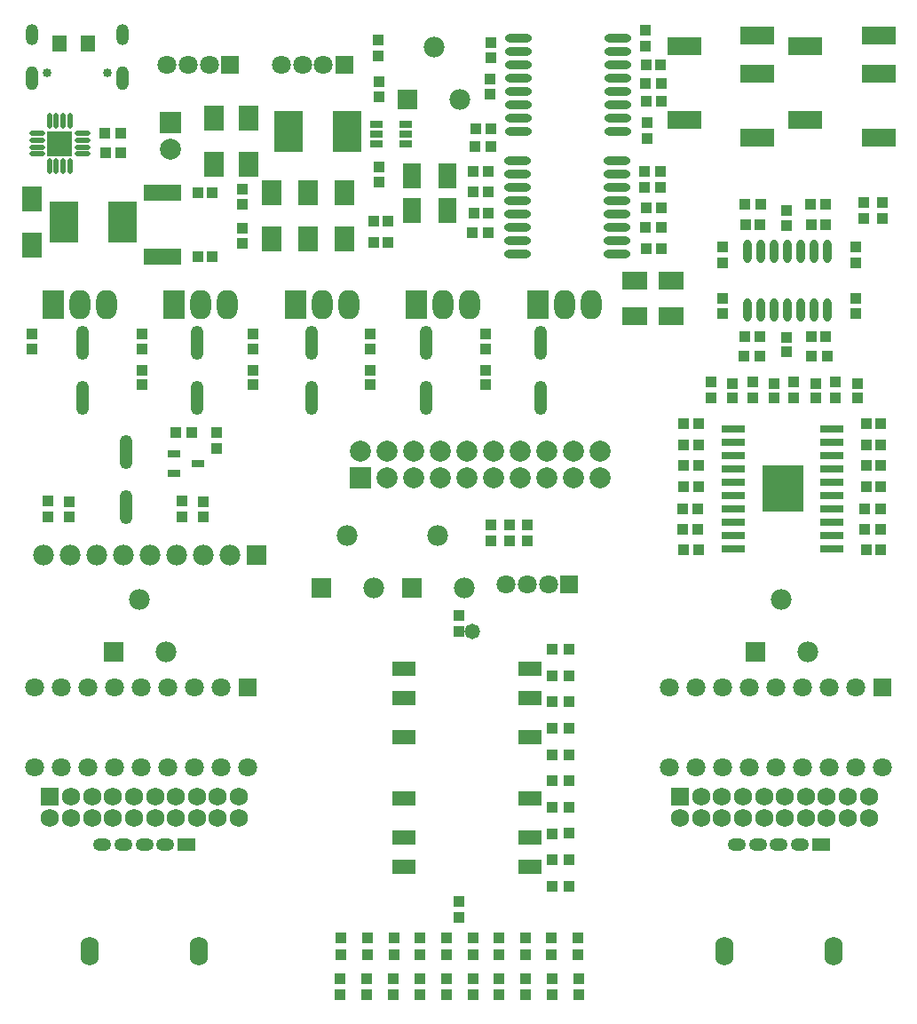
<source format=gts>
G04*
G04 #@! TF.GenerationSoftware,Altium Limited,Altium Designer,20.2.6 (244)*
G04*
G04 Layer_Color=8388736*
%FSLAX24Y24*%
%MOIN*%
G70*
G04*
G04 #@! TF.SameCoordinates,B6A14326-B2C9-468C-B45E-93355CF85A49*
G04*
G04*
G04 #@! TF.FilePolarity,Negative*
G04*
G01*
G75*
%ADD43R,0.0954X0.0660*%
%ADD44R,0.0420X0.0398*%
%ADD45R,0.1064X0.1576*%
%ADD46R,0.0749X0.0940*%
%ADD47R,0.0395X0.0434*%
%ADD48R,0.0398X0.0420*%
%ADD49R,0.0867X0.0316*%
%ADD50R,0.1580X0.1781*%
%ADD51O,0.0306X0.0882*%
%ADD52O,0.0480X0.1280*%
%ADD53R,0.0434X0.0395*%
%ADD54R,0.0395X0.0395*%
%ADD55R,0.0501X0.0289*%
%ADD56O,0.0218X0.0580*%
%ADD57O,0.0580X0.0218*%
%ADD58R,0.0946X0.0946*%
%ADD59R,0.0552X0.0631*%
%ADD60R,0.1441X0.0585*%
%ADD61R,0.0474X0.0297*%
%ADD62R,0.0880X0.0580*%
%ADD63R,0.0395X0.0395*%
%ADD64R,0.1280X0.0680*%
%ADD65O,0.1025X0.0306*%
%ADD66R,0.0660X0.0954*%
%ADD67C,0.0789*%
%ADD68R,0.0789X0.0789*%
%ADD69C,0.0780*%
%ADD70R,0.0780X0.0780*%
%ADD71R,0.0789X0.1104*%
%ADD72O,0.0789X0.1104*%
%ADD73O,0.0474X0.0789*%
%ADD74O,0.0474X0.0907*%
%ADD75C,0.0336*%
%ADD76R,0.0680X0.0680*%
%ADD77C,0.0680*%
%ADD78O,0.0680X0.0480*%
%ADD79R,0.0680X0.0480*%
%ADD80O,0.0680X0.1080*%
%ADD81C,0.0710*%
%ADD82R,0.0710X0.0710*%
%ADD83R,0.0710X0.0710*%
%ADD84R,0.0789X0.0789*%
%ADD85C,0.0580*%
D43*
X46150Y38380D02*
D03*
Y39720D02*
D03*
X44800Y38380D02*
D03*
Y39720D02*
D03*
D44*
X38200Y15803D02*
D03*
Y16397D02*
D03*
Y26553D02*
D03*
Y27147D02*
D03*
X40075Y29953D02*
D03*
Y30547D02*
D03*
X39400Y29953D02*
D03*
Y30547D02*
D03*
X42690Y12923D02*
D03*
Y13517D02*
D03*
X39703Y12923D02*
D03*
Y13517D02*
D03*
X38708Y12923D02*
D03*
Y13517D02*
D03*
X41694Y12923D02*
D03*
Y13517D02*
D03*
X40699Y12923D02*
D03*
Y13517D02*
D03*
X34726Y12923D02*
D03*
Y13517D02*
D03*
X33730Y12923D02*
D03*
Y13517D02*
D03*
X35721Y12923D02*
D03*
Y13517D02*
D03*
X37712Y12923D02*
D03*
Y13517D02*
D03*
X36717Y12923D02*
D03*
Y13517D02*
D03*
X29100Y34011D02*
D03*
Y33418D02*
D03*
X27800Y30857D02*
D03*
Y31450D02*
D03*
X22750Y30857D02*
D03*
Y31450D02*
D03*
X40750Y29953D02*
D03*
Y30547D02*
D03*
X35158Y48153D02*
D03*
Y48747D02*
D03*
X48072Y40371D02*
D03*
Y40964D02*
D03*
Y38459D02*
D03*
Y39052D02*
D03*
X53072Y40964D02*
D03*
Y40371D02*
D03*
Y39052D02*
D03*
Y38459D02*
D03*
X45150Y43203D02*
D03*
Y43797D02*
D03*
X45750Y43203D02*
D03*
Y43797D02*
D03*
X54100Y42647D02*
D03*
Y42053D02*
D03*
X53400D02*
D03*
Y42647D02*
D03*
X52330Y35307D02*
D03*
Y35900D02*
D03*
X50770Y35307D02*
D03*
Y35900D02*
D03*
X47650Y35307D02*
D03*
Y35900D02*
D03*
X49210Y35307D02*
D03*
Y35900D02*
D03*
X45250Y45053D02*
D03*
Y45647D02*
D03*
X45200Y48500D02*
D03*
Y49093D02*
D03*
D45*
X25552Y41900D02*
D03*
X23348D02*
D03*
X31798Y45300D02*
D03*
X34002D02*
D03*
D46*
X29000Y44084D02*
D03*
Y45816D02*
D03*
X30300Y44084D02*
D03*
Y45816D02*
D03*
X22150Y41034D02*
D03*
Y42766D02*
D03*
X31150Y43016D02*
D03*
Y41284D02*
D03*
X33900D02*
D03*
Y43016D02*
D03*
X32521D02*
D03*
Y41284D02*
D03*
D47*
X54032Y29620D02*
D03*
X53481D02*
D03*
X53474Y31980D02*
D03*
X54026D02*
D03*
X53474Y32766D02*
D03*
X54026D02*
D03*
X53474Y33551D02*
D03*
X54026D02*
D03*
X53474Y34337D02*
D03*
X54026D02*
D03*
X24924Y44500D02*
D03*
X25476D02*
D03*
X28374Y40600D02*
D03*
X28926D02*
D03*
X28374Y43000D02*
D03*
X28926D02*
D03*
X34974Y41950D02*
D03*
X35526D02*
D03*
X34974Y41150D02*
D03*
X35526D02*
D03*
X48941Y41818D02*
D03*
X49492D02*
D03*
X49486Y37612D02*
D03*
X48935D02*
D03*
X51957Y41820D02*
D03*
X51406D02*
D03*
X51412Y37609D02*
D03*
X51963D02*
D03*
X39300Y42250D02*
D03*
X38749D02*
D03*
X45224Y40900D02*
D03*
X45776D02*
D03*
X46624Y32763D02*
D03*
X47176D02*
D03*
X46624Y31978D02*
D03*
X47176D02*
D03*
X46624Y33549D02*
D03*
X47176D02*
D03*
X46624Y34335D02*
D03*
X47176D02*
D03*
X39276Y43050D02*
D03*
X38724D02*
D03*
X45776Y42450D02*
D03*
X45224D02*
D03*
X38724Y43800D02*
D03*
X39276D02*
D03*
X46624Y29620D02*
D03*
X47176D02*
D03*
X39376Y45400D02*
D03*
X38824D02*
D03*
X45224Y46450D02*
D03*
X45776D02*
D03*
X45769Y47800D02*
D03*
X45218D02*
D03*
D48*
X54025Y31152D02*
D03*
X53432D02*
D03*
X54025Y30367D02*
D03*
X53432D02*
D03*
X48926Y42562D02*
D03*
X49519D02*
D03*
X51969D02*
D03*
X51376D02*
D03*
X27557Y34000D02*
D03*
X28150D02*
D03*
X25497Y45250D02*
D03*
X24903D02*
D03*
X48892Y36862D02*
D03*
X49485D02*
D03*
X52006D02*
D03*
X51413D02*
D03*
X45797Y41700D02*
D03*
X45203D02*
D03*
X39297Y41500D02*
D03*
X38703D02*
D03*
X47169Y31152D02*
D03*
X46575D02*
D03*
X47169Y30367D02*
D03*
X46575D02*
D03*
X39397Y44750D02*
D03*
X38803D02*
D03*
X45797Y47100D02*
D03*
X45203D02*
D03*
D49*
X48500Y34150D02*
D03*
Y33650D02*
D03*
Y33150D02*
D03*
Y32650D02*
D03*
Y32150D02*
D03*
Y31650D02*
D03*
Y31150D02*
D03*
Y30650D02*
D03*
Y30150D02*
D03*
Y29650D02*
D03*
X52200Y29650D02*
D03*
Y30150D02*
D03*
Y30650D02*
D03*
Y31150D02*
D03*
Y31650D02*
D03*
Y32150D02*
D03*
Y32650D02*
D03*
Y33150D02*
D03*
Y33650D02*
D03*
Y34150D02*
D03*
D50*
X50350Y31900D02*
D03*
D51*
X49022Y38621D02*
D03*
X49522D02*
D03*
X50022D02*
D03*
X50522D02*
D03*
X51022D02*
D03*
X51522D02*
D03*
X52022D02*
D03*
X49022Y40802D02*
D03*
X49522D02*
D03*
X50022D02*
D03*
X50522D02*
D03*
X51022D02*
D03*
X51522D02*
D03*
X52022D02*
D03*
D52*
X28350Y35320D02*
D03*
Y37380D02*
D03*
X25700Y33280D02*
D03*
Y31220D02*
D03*
X24050Y37380D02*
D03*
Y35320D02*
D03*
X36950Y37380D02*
D03*
Y35320D02*
D03*
X32650D02*
D03*
Y37380D02*
D03*
X41250Y35320D02*
D03*
Y37380D02*
D03*
D53*
X26300Y37698D02*
D03*
Y37147D02*
D03*
X26298Y35802D02*
D03*
Y36353D02*
D03*
X28600Y31401D02*
D03*
Y30850D02*
D03*
X22150Y37692D02*
D03*
Y37141D02*
D03*
X23550Y31401D02*
D03*
Y30850D02*
D03*
X34848Y36353D02*
D03*
Y35802D02*
D03*
X34850Y37147D02*
D03*
Y37698D02*
D03*
X35200Y46624D02*
D03*
Y47176D02*
D03*
X35198Y43976D02*
D03*
Y43424D02*
D03*
X30050Y41676D02*
D03*
Y41124D02*
D03*
X30052Y42574D02*
D03*
Y43126D02*
D03*
X30450Y37147D02*
D03*
Y37698D02*
D03*
X30448Y36353D02*
D03*
Y35802D02*
D03*
X39198Y36353D02*
D03*
Y35802D02*
D03*
X39200Y37147D02*
D03*
Y37698D02*
D03*
X50472Y42337D02*
D03*
Y41786D02*
D03*
Y37036D02*
D03*
Y37587D02*
D03*
X39350Y47276D02*
D03*
Y46724D02*
D03*
X48470Y35851D02*
D03*
Y35300D02*
D03*
X53150Y35851D02*
D03*
Y35300D02*
D03*
X50030Y35851D02*
D03*
Y35300D02*
D03*
X51590Y35851D02*
D03*
Y35300D02*
D03*
X39400Y48626D02*
D03*
Y48074D02*
D03*
D54*
X41675Y25871D02*
D03*
X42305Y25874D02*
D03*
X41675Y24884D02*
D03*
X42305Y24886D02*
D03*
X41675Y23896D02*
D03*
X42305Y23899D02*
D03*
X41675Y22908D02*
D03*
X42305Y22911D02*
D03*
X41675Y21920D02*
D03*
X42305Y21923D02*
D03*
X41675Y20933D02*
D03*
X42305Y20935D02*
D03*
X41675Y19945D02*
D03*
X42305Y19948D02*
D03*
X41675Y18957D02*
D03*
X42305Y18960D02*
D03*
X41675Y17970D02*
D03*
X42305Y17972D02*
D03*
X41675Y16982D02*
D03*
X42305Y16985D02*
D03*
D55*
X28397Y32850D02*
D03*
X27503Y32476D02*
D03*
Y33224D02*
D03*
D56*
X23066Y44002D02*
D03*
X22810D02*
D03*
X23578D02*
D03*
X23322D02*
D03*
X23066Y45698D02*
D03*
X22810D02*
D03*
X23578D02*
D03*
X23322D02*
D03*
D57*
X22352Y45230D02*
D03*
Y44974D02*
D03*
Y44718D02*
D03*
Y44462D02*
D03*
X24048Y44460D02*
D03*
Y44716D02*
D03*
Y44972D02*
D03*
Y45228D02*
D03*
D58*
X23200Y44850D02*
D03*
D59*
X23201Y48600D02*
D03*
X24264D02*
D03*
D60*
X27050Y40593D02*
D03*
Y43007D02*
D03*
D61*
X35099Y45574D02*
D03*
Y45200D02*
D03*
Y44826D02*
D03*
X36201D02*
D03*
Y45200D02*
D03*
Y45574D02*
D03*
D62*
X40870Y24030D02*
D03*
Y22570D02*
D03*
Y25130D02*
D03*
X36130Y24030D02*
D03*
Y22570D02*
D03*
Y25130D02*
D03*
Y18820D02*
D03*
Y20280D02*
D03*
Y17720D02*
D03*
X40870Y18820D02*
D03*
Y20280D02*
D03*
Y17720D02*
D03*
D63*
X33769Y14425D02*
D03*
X33766Y15054D02*
D03*
X34756Y14425D02*
D03*
X34754Y15054D02*
D03*
X35744Y14425D02*
D03*
X35741Y15054D02*
D03*
X36732Y14425D02*
D03*
X36729Y15054D02*
D03*
X37720Y14425D02*
D03*
X37717Y15054D02*
D03*
X38707Y14425D02*
D03*
X38705Y15054D02*
D03*
X39695Y14425D02*
D03*
X39692Y15054D02*
D03*
X40683Y14425D02*
D03*
X40680Y15054D02*
D03*
X41670Y14425D02*
D03*
X41668Y15054D02*
D03*
X42658Y14425D02*
D03*
X42655Y15054D02*
D03*
D64*
X46650Y45750D02*
D03*
X49400Y45080D02*
D03*
Y47480D02*
D03*
X46650Y48500D02*
D03*
X49400Y48900D02*
D03*
X51200Y45750D02*
D03*
X53950Y45080D02*
D03*
Y47480D02*
D03*
X51200Y48500D02*
D03*
X53950Y48900D02*
D03*
D65*
X40380Y44200D02*
D03*
Y43700D02*
D03*
Y43200D02*
D03*
Y42700D02*
D03*
Y42200D02*
D03*
Y41700D02*
D03*
Y41200D02*
D03*
Y40700D02*
D03*
X44120Y44200D02*
D03*
Y43700D02*
D03*
Y43200D02*
D03*
Y42700D02*
D03*
Y42200D02*
D03*
Y41700D02*
D03*
Y41200D02*
D03*
Y40700D02*
D03*
X40430Y48800D02*
D03*
Y48300D02*
D03*
Y47800D02*
D03*
Y47300D02*
D03*
Y46800D02*
D03*
Y46300D02*
D03*
Y45800D02*
D03*
Y45300D02*
D03*
X44170Y48800D02*
D03*
Y48300D02*
D03*
Y47800D02*
D03*
Y47300D02*
D03*
Y46800D02*
D03*
Y46300D02*
D03*
Y45800D02*
D03*
Y45300D02*
D03*
D66*
X36430Y43650D02*
D03*
X37770D02*
D03*
Y42350D02*
D03*
X36430D02*
D03*
D67*
X43500Y33300D02*
D03*
Y32300D02*
D03*
X42500Y33300D02*
D03*
Y32300D02*
D03*
X41500Y33300D02*
D03*
Y32300D02*
D03*
X40500Y33300D02*
D03*
Y32300D02*
D03*
X39500Y33300D02*
D03*
Y32300D02*
D03*
X38500Y33300D02*
D03*
Y32300D02*
D03*
X37500Y33300D02*
D03*
Y32300D02*
D03*
X36500Y33300D02*
D03*
Y32300D02*
D03*
X35500Y33300D02*
D03*
Y32300D02*
D03*
X34500Y33300D02*
D03*
X27350Y44650D02*
D03*
D68*
X34500Y32300D02*
D03*
D69*
X33995Y30135D02*
D03*
X34985Y28165D02*
D03*
X29600Y29400D02*
D03*
X28600D02*
D03*
X27600D02*
D03*
X26600D02*
D03*
X25600D02*
D03*
X24600D02*
D03*
X23600D02*
D03*
X22600D02*
D03*
X38385Y28165D02*
D03*
X37395Y30135D02*
D03*
X50295Y27735D02*
D03*
X51285Y25765D02*
D03*
X26195Y27735D02*
D03*
X27185Y25765D02*
D03*
X37245Y48485D02*
D03*
X38235Y46515D02*
D03*
D70*
X33015Y28165D02*
D03*
X30600Y29400D02*
D03*
X36415Y28165D02*
D03*
X49315Y25765D02*
D03*
X25215D02*
D03*
X36265Y46515D02*
D03*
D71*
X22950Y38798D02*
D03*
X41150D02*
D03*
X36600D02*
D03*
X32050D02*
D03*
X27500D02*
D03*
D72*
X24950Y38802D02*
D03*
X23950Y38798D02*
D03*
X43150Y38802D02*
D03*
X42150Y38798D02*
D03*
X38600Y38802D02*
D03*
X37600Y38798D02*
D03*
X34050Y38802D02*
D03*
X33050Y38798D02*
D03*
X29500Y38802D02*
D03*
X28500Y38798D02*
D03*
D73*
X25551Y48939D02*
D03*
X22149D02*
D03*
D74*
X25551Y47305D02*
D03*
X22149D02*
D03*
D75*
X24992Y47498D02*
D03*
X22708Y47502D02*
D03*
D76*
X46495Y20337D02*
D03*
X22838D02*
D03*
D77*
X47282D02*
D03*
X48069D02*
D03*
X48856D02*
D03*
X49643D02*
D03*
X50430D02*
D03*
X51217D02*
D03*
X52004D02*
D03*
X53578D02*
D03*
X52791D02*
D03*
X46495Y19550D02*
D03*
X47282D02*
D03*
X48069D02*
D03*
X48856D02*
D03*
X49643D02*
D03*
X50430D02*
D03*
X51217D02*
D03*
X52004D02*
D03*
X53578D02*
D03*
X52791D02*
D03*
X29135D02*
D03*
X29922D02*
D03*
X28347D02*
D03*
X27561D02*
D03*
X26774D02*
D03*
X25986D02*
D03*
X25199D02*
D03*
X24413D02*
D03*
X23626D02*
D03*
X22838D02*
D03*
X29135Y20337D02*
D03*
X29922D02*
D03*
X28347D02*
D03*
X27561D02*
D03*
X26774D02*
D03*
X25986D02*
D03*
X25199D02*
D03*
X24413D02*
D03*
X23626D02*
D03*
D78*
X49410Y18530D02*
D03*
X50200D02*
D03*
X50990D02*
D03*
X48620D02*
D03*
X24800D02*
D03*
X27170D02*
D03*
X26380D02*
D03*
X25590D02*
D03*
D79*
X51780D02*
D03*
X27960D02*
D03*
D80*
X52250Y14550D02*
D03*
X48150D02*
D03*
X24330D02*
D03*
X28430D02*
D03*
D81*
X52100Y21450D02*
D03*
X51100D02*
D03*
X50100D02*
D03*
X49100D02*
D03*
X48100D02*
D03*
X47100D02*
D03*
X46100D02*
D03*
Y24450D02*
D03*
X53100Y21450D02*
D03*
X54100D02*
D03*
X47100Y24450D02*
D03*
X48100D02*
D03*
X49100D02*
D03*
X50100D02*
D03*
X51100D02*
D03*
X52100D02*
D03*
X53100D02*
D03*
X39969Y28321D02*
D03*
X40756D02*
D03*
X41544D02*
D03*
X28250Y21450D02*
D03*
X27250D02*
D03*
X26250D02*
D03*
X25250D02*
D03*
X24250D02*
D03*
X23250D02*
D03*
X22250D02*
D03*
Y24450D02*
D03*
X29250Y21450D02*
D03*
X30250D02*
D03*
X23250Y24450D02*
D03*
X24250D02*
D03*
X25250D02*
D03*
X26250D02*
D03*
X27250D02*
D03*
X28250D02*
D03*
X29250D02*
D03*
X27238Y47821D02*
D03*
X28025D02*
D03*
X28813D02*
D03*
X31519D02*
D03*
X32306D02*
D03*
X33094D02*
D03*
D82*
X54100Y24450D02*
D03*
X30250D02*
D03*
D83*
X42331Y28317D02*
D03*
X29600Y47817D02*
D03*
X33881D02*
D03*
D84*
X27350Y45650D02*
D03*
D85*
X38697Y26553D02*
D03*
M02*

</source>
